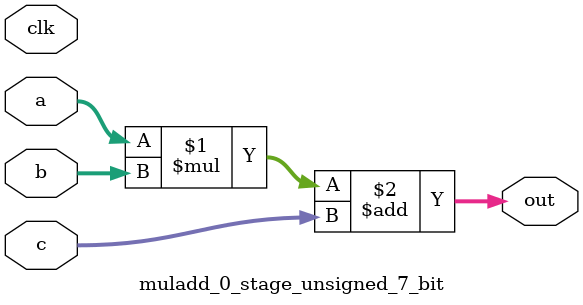
<source format=sv>
(* use_dsp = "yes" *) module muladd_0_stage_unsigned_7_bit(
	input  [6:0] a,
	input  [6:0] b,
	input  [6:0] c,
	output [6:0] out,
	input clk);

	assign out = (a * b) + c;
endmodule

</source>
